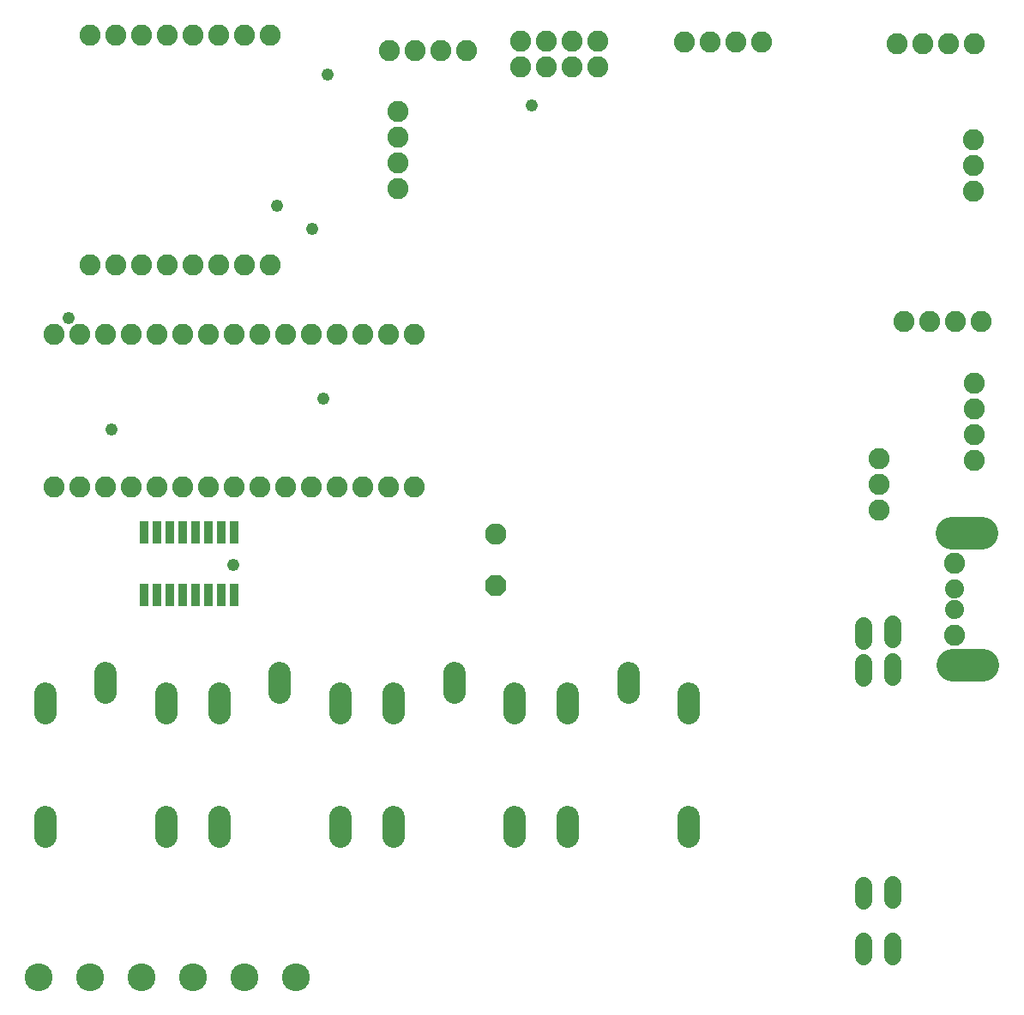
<source format=gbs>
G75*
%MOIN*%
%OFA0B0*%
%FSLAX25Y25*%
%IPPOS*%
%LPD*%
%AMOC8*
5,1,8,0,0,1.08239X$1,22.5*
%
%ADD10C,0.08300*%
%ADD11OC8,0.08300*%
%ADD12C,0.08200*%
%ADD13C,0.07400*%
%ADD14C,0.12611*%
%ADD15C,0.08600*%
%ADD16R,0.03400X0.08800*%
%ADD17C,0.10800*%
%ADD18C,0.06800*%
%ADD19C,0.04762*%
%ADD20C,0.04800*%
D10*
X0193992Y0189163D03*
D11*
X0193992Y0169163D03*
D12*
X0162260Y0207510D03*
X0152260Y0207510D03*
X0142260Y0207510D03*
X0132260Y0207510D03*
X0122260Y0207510D03*
X0112260Y0207510D03*
X0102260Y0207510D03*
X0092260Y0207510D03*
X0082260Y0207510D03*
X0072260Y0207510D03*
X0062260Y0207510D03*
X0052260Y0207510D03*
X0042260Y0207510D03*
X0032260Y0207510D03*
X0022260Y0207510D03*
X0022260Y0266683D03*
X0032260Y0266683D03*
X0042260Y0266683D03*
X0052260Y0266683D03*
X0062260Y0266683D03*
X0072260Y0266683D03*
X0082260Y0266683D03*
X0092260Y0266683D03*
X0102260Y0266683D03*
X0112260Y0266683D03*
X0122260Y0266683D03*
X0132260Y0266683D03*
X0142260Y0266683D03*
X0152260Y0266683D03*
X0162260Y0266683D03*
X0106394Y0293848D03*
X0096394Y0293848D03*
X0086394Y0293848D03*
X0076394Y0293848D03*
X0066394Y0293848D03*
X0056394Y0293848D03*
X0046394Y0293848D03*
X0036394Y0293848D03*
X0036394Y0383219D03*
X0046394Y0383219D03*
X0056394Y0383219D03*
X0066394Y0383219D03*
X0076394Y0383219D03*
X0086394Y0383219D03*
X0096394Y0383219D03*
X0106394Y0383219D03*
X0152654Y0377234D03*
X0162654Y0377234D03*
X0172654Y0377234D03*
X0182654Y0377234D03*
X0203717Y0380620D03*
X0213717Y0380620D03*
X0223717Y0380620D03*
X0233717Y0380620D03*
X0233717Y0370620D03*
X0223717Y0370620D03*
X0213717Y0370620D03*
X0203717Y0370620D03*
X0156000Y0353337D03*
X0156000Y0343337D03*
X0156000Y0333337D03*
X0156000Y0323337D03*
X0267299Y0380463D03*
X0277299Y0380463D03*
X0287299Y0380463D03*
X0297299Y0380463D03*
X0349898Y0379596D03*
X0359898Y0379596D03*
X0369898Y0379596D03*
X0379898Y0379596D03*
X0379622Y0342549D03*
X0379622Y0332549D03*
X0379622Y0322549D03*
X0382654Y0271841D03*
X0372654Y0271841D03*
X0362654Y0271841D03*
X0352654Y0271841D03*
X0379858Y0247589D03*
X0379858Y0237589D03*
X0379858Y0227589D03*
X0379858Y0217589D03*
X0343008Y0218297D03*
X0343008Y0208297D03*
X0343008Y0198297D03*
X0372142Y0177746D03*
X0372142Y0149715D03*
D13*
X0372142Y0159715D03*
X0372142Y0167746D03*
D14*
X0371197Y0189478D02*
X0383008Y0189478D01*
X0383402Y0138022D02*
X0371591Y0138022D01*
D15*
X0268988Y0127130D02*
X0268988Y0119330D01*
X0245488Y0127330D02*
X0245488Y0135130D01*
X0221988Y0127130D02*
X0221988Y0119330D01*
X0201272Y0119330D02*
X0201272Y0127130D01*
X0177772Y0127330D02*
X0177772Y0135130D01*
X0154272Y0127130D02*
X0154272Y0119330D01*
X0133555Y0119330D02*
X0133555Y0127130D01*
X0110055Y0127330D02*
X0110055Y0135130D01*
X0086555Y0127130D02*
X0086555Y0119330D01*
X0065839Y0119330D02*
X0065839Y0127130D01*
X0042339Y0127330D02*
X0042339Y0135130D01*
X0018839Y0127130D02*
X0018839Y0119330D01*
X0018839Y0079130D02*
X0018839Y0071330D01*
X0065839Y0071330D02*
X0065839Y0079130D01*
X0086555Y0079130D02*
X0086555Y0071330D01*
X0133555Y0071330D02*
X0133555Y0079130D01*
X0154272Y0079130D02*
X0154272Y0071330D01*
X0201272Y0071330D02*
X0201272Y0079130D01*
X0221988Y0079130D02*
X0221988Y0071330D01*
X0268988Y0071330D02*
X0268988Y0079130D01*
D16*
X0092122Y0165489D03*
X0087122Y0165489D03*
X0082122Y0165489D03*
X0077122Y0165489D03*
X0072122Y0165489D03*
X0067122Y0165489D03*
X0062122Y0165489D03*
X0057122Y0165489D03*
X0057122Y0189689D03*
X0062122Y0189689D03*
X0067122Y0189689D03*
X0072122Y0189689D03*
X0077122Y0189689D03*
X0082122Y0189689D03*
X0087122Y0189689D03*
X0092122Y0189689D03*
D17*
X0016118Y0016880D03*
X0036118Y0016880D03*
X0056118Y0016880D03*
X0076118Y0016880D03*
X0096118Y0016880D03*
X0116118Y0016880D03*
D18*
X0336827Y0024785D02*
X0336827Y0030785D01*
X0348244Y0030864D02*
X0348244Y0024864D01*
X0348244Y0046596D02*
X0348244Y0052596D01*
X0336827Y0052518D02*
X0336827Y0046518D01*
X0336748Y0133211D02*
X0336748Y0139211D01*
X0336748Y0147463D02*
X0336748Y0153463D01*
X0348165Y0153935D02*
X0348165Y0147935D01*
X0348165Y0139289D02*
X0348165Y0133289D01*
D19*
X0091945Y0177195D03*
X0036433Y0293888D03*
D20*
X0028000Y0273104D03*
X0044500Y0229604D03*
X0127000Y0241604D03*
X0122500Y0307604D03*
X0109000Y0316604D03*
X0128500Y0367604D03*
X0208000Y0355604D03*
M02*

</source>
